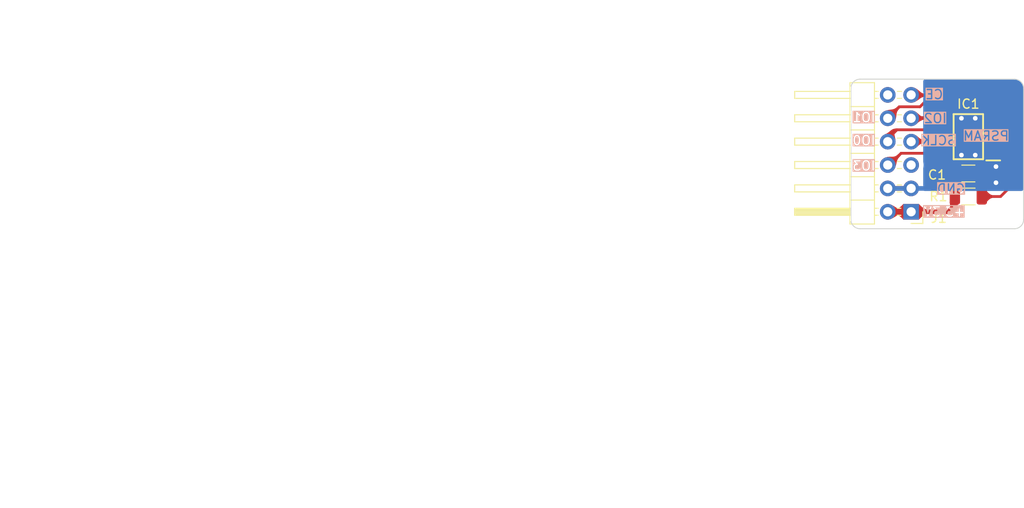
<source format=kicad_pcb>
(kicad_pcb (version 20221018) (generator pcbnew)
  (layers (0 "F.Cu" signal) (31 "B.Cu" signal) (34 "B.Paste" user) (35 "F.Paste" user) (36 "B.SilkS" user "B.Silkscreen") (37 "F.SilkS" user "F.Silkscreen") (38 "B.Mask" user) (39 "F.Mask" user) (44 "Edge.Cuts" user))
  (net 0 "")
  (net 1 "+3.3V")
  (net 2 "GND")
  (net 3 "CE")
  (net 4 "IO1")
  (net 5 "IO2")
  (net 6 "IO0")
  (net 7 "SCLK")
  (net 8 "IO3")
  (footprint "Capacitor_SMD:C_1206_3216Metric" (layer "F.Cu") (at 160 78.75)
    (fp_text reference "C1" (at -3.4 0.15) (layer "F.SilkS"))
    (fp_text value "100nF")
    (fp_line (start -0.711252 -0.91) (end 0.711252 -0.91) (stroke (width 0.12)) (layer "F.SilkS"))
    (fp_line (start -0.711252 0.91) (end 0.711252 0.91) (stroke (width 0.12)) (layer "F.SilkS"))
    (pad "1" smd roundrect (at -1.475 0) (size 1.15 1.8) (layers "F.Cu" "F.Paste" "F.Mask") (roundrect_rratio 0.2173913043) (net 1 "+3.3V"))
    (pad "2" smd roundrect (at 1.475 0) (size 1.15 1.8) (layers "F.Cu" "F.Paste" "F.Mask") (roundrect_rratio 0.2173913043) (net 2 "GND"))
  )
  (footprint "Resistor_SMD:R_1206_3216Metric" (layer "F.Cu") (at 160 81.25)
    (fp_text reference "R1" (at -3.25 0) (layer "F.SilkS"))
    (fp_text value "10K")
    (fp_line (start -0.727064 -0.91) (end 0.727064 -0.91) (stroke (width 0.12)) (layer "F.SilkS"))
    (fp_line (start -0.727064 0.91) (end 0.727064 0.91) (stroke (width 0.12)) (layer "F.SilkS"))
    (pad "1" smd roundrect (at -1.4625 0) (size 1.125 1.75) (layers "F.Cu" "F.Paste" "F.Mask") (roundrect_rratio 0.2222222222) (net 1 "+3.3V"))
    (pad "2" smd roundrect (at 1.4625 0) (size 1.125 1.75) (layers "F.Cu" "F.Paste" "F.Mask") (roundrect_rratio 0.2222222222) (net 3 "CE"))
  )
  (footprint "Connector_PinHeader_2.54mm:PinHeader_2x06_P2.54mm_Horizontal" (layer "F.Cu") (at 153.79 82.91 180)
    (fp_text reference "J1" (at -3.01 -0.69) (layer "F.SilkS"))
    (fp_text value "Conn_02x06_Odd_Even")
    (fp_line (start -1.27 -1.27) (end 0 -1.27) (stroke (width 0.12)) (layer "F.SilkS"))
    (fp_line (start -1.27 0) (end -1.27 -1.27) (stroke (width 0.12)) (layer "F.SilkS"))
    (fp_line (start 1.042929 2.16) (end 1.497071 2.16) (stroke (width 0.12)) (layer "F.SilkS"))
    (fp_line (start 1.042929 2.92) (end 1.497071 2.92) (stroke (width 0.12)) (layer "F.SilkS"))
    (fp_line (start 1.042929 4.7) (end 1.497071 4.7) (stroke (width 0.12)) (layer "F.SilkS"))
    (fp_line (start 1.042929 5.46) (end 1.497071 5.46) (stroke (width 0.12)) (layer "F.SilkS"))
    (fp_line (start 1.042929 7.24) (end 1.497071 7.24) (stroke (width 0.12)) (layer "F.SilkS"))
    (fp_line (start 1.042929 8) (end 1.497071 8) (stroke (width 0.12)) (layer "F.SilkS"))
    (fp_line (start 1.042929 9.78) (end 1.497071 9.78) (stroke (width 0.12)) (layer "F.SilkS"))
    (fp_line (start 1.042929 10.54) (end 1.497071 10.54) (stroke (width 0.12)) (layer "F.SilkS"))
    (fp_line (start 1.042929 12.32) (end 1.497071 12.32) (stroke (width 0.12)) (layer "F.SilkS"))
    (fp_line (start 1.042929 13.08) (end 1.497071 13.08) (stroke (width 0.12)) (layer "F.SilkS"))
    (fp_line (start 1.11 -0.38) (end 1.497071 -0.38) (stroke (width 0.12)) (layer "F.SilkS"))
    (fp_line (start 1.11 0.38) (end 1.497071 0.38) (stroke (width 0.12)) (layer "F.SilkS"))
    (fp_line (start 3.582929 -0.38) (end 3.98 -0.38) (stroke (width 0.12)) (layer "F.SilkS"))
    (fp_line (start 3.582929 0.38) (end 3.98 0.38) (stroke (width 0.12)) (layer "F.SilkS"))
    (fp_line (start 3.582929 2.16) (end 3.98 2.16) (stroke (width 0.12)) (layer "F.SilkS"))
    (fp_line (start 3.582929 2.92) (end 3.98 2.92) (stroke (width 0.12)) (layer "F.SilkS"))
    (fp_line (start 3.582929 4.7) (end 3.98 4.7) (stroke (width 0.12)) (layer "F.SilkS"))
    (fp_line (start 3.582929 5.46) (end 3.98 5.46) (stroke (width 0.12)) (layer "F.SilkS"))
    (fp_line (start 3.582929 7.24) (end 3.98 7.24) (stroke (width 0.12)) (layer "F.SilkS"))
    (fp_line (start 3.582929 8) (end 3.98 8) (stroke (width 0.12)) (layer "F.SilkS"))
    (fp_line (start 3.582929 9.78) (end 3.98 9.78) (stroke (width 0.12)) (layer "F.SilkS"))
    (fp_line (start 3.582929 10.54) (end 3.98 10.54) (stroke (width 0.12)) (layer "F.SilkS"))
    (fp_line (start 3.582929 12.32) (end 3.98 12.32) (stroke (width 0.12)) (layer "F.SilkS"))
    (fp_line (start 3.582929 13.08) (end 3.98 13.08) (stroke (width 0.12)) (layer "F.SilkS"))
    (fp_line (start 3.98 -1.33) (end 3.98 14.03) (stroke (width 0.12)) (layer "F.SilkS"))
    (fp_line (start 3.98 1.27) (end 6.64 1.27) (stroke (width 0.12)) (layer "F.SilkS"))
    (fp_line (start 3.98 3.81) (end 6.64 3.81) (stroke (width 0.12)) (layer "F.SilkS"))
    (fp_line (start 3.98 6.35) (end 6.64 6.35) (stroke (width 0.12)) (layer "F.SilkS"))
    (fp_line (start 3.98 8.89) (end 6.64 8.89) (stroke (width 0.12)) (layer "F.SilkS"))
    (fp_line (start 3.98 11.43) (end 6.64 11.43) (stroke (width 0.12)) (layer "F.SilkS"))
    (fp_line (start 3.98 14.03) (end 6.64 14.03) (stroke (width 0.12)) (layer "F.SilkS"))
    (fp_line (start 6.64 -1.33) (end 3.98 -1.33) (stroke (width 0.12)) (layer "F.SilkS"))
    (fp_line (start 6.64 -0.38) (end 12.64 -0.38) (stroke (width 0.12)) (layer "F.SilkS"))
    (fp_line (start 6.64 -0.32) (end 12.64 -0.32) (stroke (width 0.12)) (layer "F.SilkS"))
    (fp_line (start 6.64 -0.2) (end 12.64 -0.2) (stroke (width 0.12)) (layer "F.SilkS"))
    (fp_line (start 6.64 -0.08) (end 12.64 -0.08) (stroke (width 0.12)) (layer "F.SilkS"))
    (fp_line (start 6.64 0.04) (end 12.64 0.04) (stroke (width 0.12)) (layer "F.SilkS"))
    (fp_line (start 6.64 0.16) (end 12.64 0.16) (stroke (width 0.12)) (layer "F.SilkS"))
    (fp_line (start 6.64 0.28) (end 12.64 0.28) (stroke (width 0.12)) (layer "F.SilkS"))
    (fp_line (start 6.64 2.16) (end 12.64 2.16) (stroke (width 0.12)) (layer "F.SilkS"))
    (fp_line (start 6.64 4.7) (end 12.64 4.7) (stroke (width 0.12)) (layer "F.SilkS"))
    (fp_line (start 6.64 7.24) (end 12.64 7.24) (stroke (width 0.12)) (layer "F.SilkS"))
    (fp_line (start 6.64 9.78) (end 12.64 9.78) (stroke (width 0.12)) (layer "F.SilkS"))
    (fp_line (start 6.64 12.32) (end 12.64 12.32) (stroke (width 0.12)) (layer "F.SilkS"))
    (fp_line (start 6.64 14.03) (end 6.64 -1.33) (stroke (width 0.12)) (layer "F.SilkS"))
    (fp_line (start 12.64 -0.38) (end 12.64 0.38) (stroke (width 0.12)) (layer "F.SilkS"))
    (fp_line (start 12.64 0.38) (end 6.64 0.38) (stroke (width 0.12)) (layer "F.SilkS"))
    (fp_line (start 12.64 2.16) (end 12.64 2.92) (stroke (width 0.12)) (layer "F.SilkS"))
    (fp_line (start 12.64 2.92) (end 6.64 2.92) (stroke (width 0.12)) (layer "F.SilkS"))
    (fp_line (start 12.64 4.7) (end 12.64 5.46) (stroke (width 0.12)) (layer "F.SilkS"))
    (fp_line (start 12.64 5.46) (end 6.64 5.46) (stroke (width 0.12)) (layer "F.SilkS"))
    (fp_line (start 12.64 7.24) (end 12.64 8) (stroke (width 0.12)) (layer "F.SilkS"))
    (fp_line (start 12.64 8) (end 6.64 8) (stroke (width 0.12)) (layer "F.SilkS"))
    (fp_line (start 12.64 9.78) (end 12.64 10.54) (stroke (width 0.12)) (layer "F.SilkS"))
    (fp_line (start 12.64 10.54) (end 6.64 10.54) (stroke (width 0.12)) (layer "F.SilkS"))
    (fp_line (start 12.64 12.32) (end 12.64 13.08) (stroke (width 0.12)) (layer "F.SilkS"))
    (fp_line (start 12.64 13.08) (end 6.64 13.08) (stroke (width 0.12)) (layer "F.SilkS"))
    (pad "1" thru_hole rect (at 0 0 180) (size 1.7 1.7) (drill 1) (layers "*.Cu" "*.Mask") (net 1 "+3.3V"))
    (pad "2" thru_hole oval (at 2.54 0 180) (size 1.7 1.7) (drill 1) (layers "*.Cu" "*.Mask") (net 1 "+3.3V"))
    (pad "3" thru_hole oval (at 0 2.54 180) (size 1.7 1.7) (drill 1) (layers "*.Cu" "*.Mask") (net 2 "GND"))
    (pad "4" thru_hole oval (at 2.54 2.54 180) (size 1.7 1.7) (drill 1) (layers "*.Cu" "*.Mask") (net 2 "GND"))
    (pad "5" thru_hole oval (at 0 5.08 180) (size 1.7 1.7) (drill 1) (layers "*.Cu" "*.Mask"))
    (pad "6" thru_hole oval (at 2.54 5.08 180) (size 1.7 1.7) (drill 1) (layers "*.Cu" "*.Mask") (net 8 "IO3"))
    (pad "7" thru_hole oval (at 0 7.62 180) (size 1.7 1.7) (drill 1) (layers "*.Cu" "*.Mask") (net 7 "SCLK"))
    (pad "8" thru_hole oval (at 2.54 7.62 180) (size 1.7 1.7) (drill 1) (layers "*.Cu" "*.Mask") (net 6 "IO0"))
    (pad "9" thru_hole oval (at 0 10.16 180) (size 1.7 1.7) (drill 1) (layers "*.Cu" "*.Mask") (net 5 "IO2"))
    (pad "10" thru_hole oval (at 2.54 10.16 180) (size 1.7 1.7) (drill 1) (layers "*.Cu" "*.Mask") (net 4 "IO1"))
    (pad "11" thru_hole oval (at 0 12.7 180) (size 1.7 1.7) (drill 1) (layers "*.Cu" "*.Mask") (net 3 "CE"))
    (pad "12" thru_hole oval (at 2.54 12.7 180) (size 1.7 1.7) (drill 1) (layers "*.Cu" "*.Mask"))
  )
  (footprint "SamacSys_Parts:SOIC127P600X175-8N" (layer "F.Cu") (at 160 74.75 180)
    (fp_text reference "IC1" (at 0 3.55) (layer "F.SilkS"))
    (fp_text value "APS6404L-3SQR-SN" hide)
    (fp_line (start -3.45 -2.58) (end -1.95 -2.58) (stroke (width 0.2)) (layer "F.SilkS"))
    (fp_line (start -1.6 -2.45) (end 1.6 -2.45) (stroke (width 0.2)) (layer "F.SilkS"))
    (fp_line (start -1.6 2.45) (end -1.6 -2.45) (stroke (width 0.2)) (layer "F.SilkS"))
    (fp_line (start 1.6 -2.45) (end 1.6 2.45) (stroke (width 0.2)) (layer "F.SilkS"))
    (fp_line (start 1.6 2.45) (end -1.6 2.45) (stroke (width 0.2)) (layer "F.SilkS"))
    (pad "1" smd rect (at -2.7 -1.905 270) (size 0.65 1.5) (layers "F.Cu" "F.Paste" "F.Mask") (net 3 "CE"))
    (pad "2" smd rect (at -2.7 -0.635 270) (size 0.65 1.5) (layers "F.Cu" "F.Paste" "F.Mask") (net 4 "IO1"))
    (pad "3" smd rect (at -2.7 0.635 270) (size 0.65 1.5) (layers "F.Cu" "F.Paste" "F.Mask") (net 5 "IO2"))
    (pad "4" smd rect (at -2.7 1.905 270) (size 0.65 1.5) (layers "F.Cu" "F.Paste" "F.Mask") (net 2 "GND"))
    (pad "5" smd rect (at 2.7 1.905 270) (size 0.65 1.5) (layers "F.Cu" "F.Paste" "F.Mask") (net 6 "IO0"))
    (pad "6" smd rect (at 2.7 0.635 270) (size 0.65 1.5) (layers "F.Cu" "F.Paste" "F.Mask") (net 7 "SCLK"))
    (pad "7" smd rect (at 2.7 -0.635 270) (size 0.65 1.5) (layers "F.Cu" "F.Paste" "F.Mask") (net 8 "IO3"))
    (pad "8" smd rect (at 2.7 -1.905 270) (size 0.65 1.5) (layers "F.Cu" "F.Paste" "F.Mask") (net 1 "+3.3V"))
  )
  (gr_arc (start 165 68.5) (mid 165.707107 68.792893) (end 166 69.5) (stroke (width 0.1)) (layer "Edge.Cuts"))
  (gr_arc (start 166 83.75) (mid 165.707107 84.457107) (end 165 84.75) (stroke (width 0.1)) (layer "Edge.Cuts"))
  (gr_arc (start 148.25 84.75) (mid 147.542893 84.457107) (end 147.25 83.75) (stroke (width 0.1)) (layer "Edge.Cuts"))
  (gr_line (start 166 69.5) (end 166 83.75) (stroke (width 0.1)) (layer "Edge.Cuts"))
  (gr_arc (start 147.25 69.5) (mid 147.542893 68.792893) (end 148.25 68.5) (stroke (width 0.1)) (layer "Edge.Cuts"))
  (gr_line (start 148.25 68.5) (end 165 68.5) (stroke (width 0.1)) (layer "Edge.Cuts"))
  (gr_line (start 147.25 83.75) (end 147.25 69.5) (stroke (width 0.1)) (layer "Edge.Cuts"))
  (gr_line (start 165 84.75) (end 148.25 84.75) (stroke (width 0.1)) (layer "Edge.Cuts"))
  (gr_text "SCLK" (at 158.75 75.75) (layer "B.SilkS" knockout) (effects (font (size 1 1)) (justify left bottom mirror)))
  (gr_text "CE" (at 157.35 70.75) (layer "B.SilkS" knockout) (effects (font (size 1 1)) (justify left bottom mirror)))
  (gr_text "PSRAM" (at 164.5 75.25) (layer "B.SilkS" knockout) (effects (font (size 1 1)) (justify left bottom mirror)))
  (gr_text "IO3" (at 150 78.5) (layer "B.SilkS" knockout) (effects (font (size 1 1)) (justify left bottom mirror)))
  (gr_text "GND" (at 159.75 81) (layer "B.SilkS" knockout) (effects (font (size 1 1)) (justify left bottom mirror)))
  (gr_text "IO2" (at 157.75 73.35) (layer "B.SilkS" knockout) (effects (font (size 1 1)) (justify left bottom mirror)))
  (gr_text "IO1" (at 150 73.25) (layer "B.SilkS" knockout) (effects (font (size 1 1)) (justify left bottom mirror)))
  (gr_text "IO0" (at 150 75.75) (layer "B.SilkS" knockout) (effects (font (size 1 1)) (justify left bottom mirror)))
  (gr_text "+3.3V" (at 159.75 83.5) (layer "B.SilkS" knockout) (effects (font (size 1 1)) (justify left bottom mirror)))
  (segment (start 157.84 82.91) (end 158.5375 82.2125) (width 0.5) (layer "F.Cu") (net 1))
  (segment (start 151.25 82.91) (end 153.79 82.91) (width 0.5) (layer "F.Cu") (net 1))
  (segment (start 158.525 78.75) (end 158.5375 78.7625) (width 0.5) (layer "F.Cu") (net 1))
  (segment (start 157.3 76.655) (end 157.3 77.525) (width 0.5) (layer "F.Cu") (net 1))
  (segment (start 158.5375 78.7625) (end 158.5375 81.25) (width 0.5) (layer "F.Cu") (net 1))
  (segment (start 158.5375 82.2125) (end 158.5375 81.25) (width 0.5) (layer "F.Cu") (net 1))
  (segment (start 157.3 77.525) (end 158.525 78.75) (width 0.5) (layer "F.Cu") (net 1))
  (segment (start 153.79 82.91) (end 157.84 82.91) (width 0.5) (layer "F.Cu") (net 1))
  (segment (start 161.475 78.75) (end 163 78.75) (width 0.5) (layer "F.Cu") (net 2))
  (segment (start 160.75 76.75) (end 161.475 77.475) (width 0.5) (layer "F.Cu") (net 2))
  (segment (start 161.475 77.475) (end 161.475 78.75) (width 0.5) (layer "F.Cu") (net 2))
  (via (at 160.75 76.75) (size 1) (drill 0.5) (layers "F.Cu" "B.Cu") (net 2))
  (via (at 159.25 76.75) (size 1) (drill 0.5) (layers "F.Cu" "B.Cu") (net 2))
  (via (at 160.75 72.75) (size 1) (drill 0.5) (layers "F.Cu" "B.Cu") (net 2))
  (via (at 163 78) (size 1) (drill 0.5) (layers "F.Cu" "B.Cu") (net 2))
  (via (at 159.25 72.75) (size 1) (drill 0.5) (layers "F.Cu" "B.Cu") (net 2))
  (via (at 163 79.75) (size 1) (drill 0.5) (layers "F.Cu" "B.Cu") (net 2))
  (segment (start 164.25 76.5) (end 163.95 76.5) (width 0.3) (layer "F.Cu") (net 3))
  (segment (start 161.4625 81.25) (end 163.5 81.25) (width 0.3) (layer "F.Cu") (net 3))
  (segment (start 164.25 80.5) (end 164.25 76.5) (width 0.3) (layer "F.Cu") (net 3))
  (segment (start 165.15 74.75) (end 164.25 75.65) (width 0.3) (layer "F.Cu") (net 3))
  (segment (start 165.15 71.575) (end 165.15 74.75) (width 0.3) (layer "F.Cu") (net 3))
  (segment (start 163.95 76.5) (end 162.855 76.5) (width 0.3) (layer "F.Cu") (net 3))
  (segment (start 164.25 75.65) (end 164.25 76.5) (width 0.3) (layer "F.Cu") (net 3))
  (segment (start 163.5 81.25) (end 164.25 80.5) (width 0.3) (layer "F.Cu") (net 3))
  (segment (start 163.825 70.25) (end 165.15 71.575) (width 0.3) (layer "F.Cu") (net 3))
  (segment (start 162.855 76.5) (end 162.7 76.655) (width 0.3) (layer "F.Cu") (net 3))
  (segment (start 153.79 70.21) (end 153.83 70.25) (width 0.3) (layer "F.Cu") (net 3))
  (segment (start 153.83 70.25) (end 163.825 70.25) (width 0.3) (layer "F.Cu") (net 3))
  (segment (start 154.75 71.5) (end 155.4 70.85) (width 0.3) (layer "F.Cu") (net 4))
  (segment (start 164.55 71.85) (end 164.55 74.45) (width 0.3) (layer "F.Cu") (net 4))
  (segment (start 163.55 70.85) (end 164.55 71.85) (width 0.3) (layer "F.Cu") (net 4))
  (segment (start 151.25 72.75) (end 152.5 71.5) (width 0.3) (layer "F.Cu") (net 4))
  (segment (start 164.55 74.45) (end 163.615 75.385) (width 0.3) (layer "F.Cu") (net 4))
  (segment (start 152.5 71.5) (end 154.75 71.5) (width 0.3) (layer "F.Cu") (net 4))
  (segment (start 155.4 70.85) (end 163.55 70.85) (width 0.3) (layer "F.Cu") (net 4))
  (segment (start 163.615 75.385) (end 162.7 75.385) (width 0.3) (layer "F.Cu") (net 4))
  (segment (start 155.125 72.75) (end 156.375 71.5) (width 0.3) (layer "F.Cu") (net 5))
  (segment (start 163.35 71.5) (end 163.95 72.1) (width 0.3) (layer "F.Cu") (net 5))
  (segment (start 163.685 74.115) (end 162.7 74.115) (width 0.3) (layer "F.Cu") (net 5))
  (segment (start 163.95 72.1) (end 163.95 73.85) (width 0.3) (layer "F.Cu") (net 5))
  (segment (start 163.95 73.85) (end 163.685 74.115) (width 0.3) (layer "F.Cu") (net 5))
  (segment (start 153.79 72.75) (end 155.125 72.75) (width 0.3) (layer "F.Cu") (net 5))
  (segment (start 156.375 71.5) (end 163.35 71.5) (width 0.3) (layer "F.Cu") (net 5))
  (segment (start 151.25 75.29) (end 151.25 75) (width 0.3) (layer "F.Cu") (net 6))
  (segment (start 152.25 74) (end 155.15 74) (width 0.3) (layer "F.Cu") (net 6))
  (segment (start 155.15 74) (end 156.305 72.845) (width 0.3) (layer "F.Cu") (net 6))
  (segment (start 156.305 72.845) (end 157.3 72.845) (width 0.3) (layer "F.Cu") (net 6))
  (segment (start 151.25 75) (end 152.25 74) (width 0.3) (layer "F.Cu") (net 6))
  (segment (start 155.06 75.29) (end 156.235 74.115) (width 0.3) (layer "F.Cu") (net 7))
  (segment (start 153.79 75.29) (end 155.06 75.29) (width 0.3) (layer "F.Cu") (net 7))
  (segment (start 156.235 74.115) (end 157.3 74.115) (width 0.3) (layer "F.Cu") (net 7))
  (segment (start 152.7 76.55) (end 155.15 76.55) (width 0.3) (layer "F.Cu") (net 8))
  (segment (start 151.42 77.83) (end 152.7 76.55) (width 0.3) (layer "F.Cu") (net 8))
  (segment (start 155.15 76.55) (end 156.315 75.385) (width 0.3) (layer "F.Cu") (net 8))
  (segment (start 151.25 77.83) (end 151.42 77.83) (width 0.3) (layer "F.Cu") (net 8))
  (segment (start 156.315 75.385) (end 157.3 75.385) (width 0.3) (layer "F.Cu") (net 8))
  (zone (net 2) (net_name "GND") (layer "F.Cu") (connect_pads (clearance 0.5)) (min_thickness 0.5) (fill yes (thermal_gap 0.5) (thermal_bridge_width 0.5))
    (polygon (pts (xy 166 84.75) (xy 147.25 84.75) (xy 147.25 68.5) (xy 166 68.5)))
    (polygon (pts (xy 154 81) (xy 155.25 81.25) (xy 155.5 80.25) (xy 154 79)))
    (polygon (pts (xy 149.75 81) (xy 151.25 81) (xy 151 80) (xy 150.5 79.5)))
    (polygon (pts (xy 160.5 79.25) (xy 161.25 79.25) (xy 161 78.25) (xy 160.75 78)))
    (polygon (pts (xy 159.25 77.75) (xy 161 77.5) (xy 159.25 77.5)))
  )
  (zone (net 2) (net_name "GND") (layer "B.Cu") (connect_pads (clearance 0.5)) (min_thickness 0.5) (fill yes (thermal_gap 0.5) (thermal_bridge_width 0.5))
    (polygon (pts (xy 155.1 80.1) (xy 155.1 68.5) (xy 166 68.5) (xy 166 80.65) (xy 154.85 80.65) (xy 166 81.797119) (xy 166 84.75) (xy 155.1 84.75) (xy 155.1 80.7) (xy 154.599438 84.75) (xy 147.25 84.75) (xy 147.25 68.5) (xy 154.620661 68.5)))
    (polygon (pts (xy 149.25 81) (xy 149.25 81.25) (xy 151.5 81.5) (xy 151.25 80.37) (xy 150.5 79)))
  )
)
</source>
